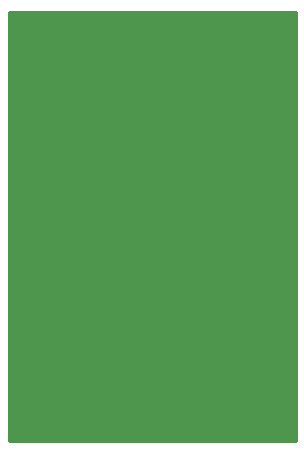
<source format=gbr>
G04 #@! TF.GenerationSoftware,KiCad,Pcbnew,(6.0.0-rc1-dev-205-gc0615c5ef)*
G04 #@! TF.CreationDate,2018-08-06T10:52:03+02:00*
G04 #@! TF.ProjectId,DIODECOVER01B,44494F4445434F5645523031422E6B69,REV*
G04 #@! TF.SameCoordinates,Original*
G04 #@! TF.FileFunction,Copper,L1,Top,Signal*
G04 #@! TF.FilePolarity,Positive*
%FSLAX46Y46*%
G04 Gerber Fmt 4.6, Leading zero omitted, Abs format (unit mm)*
G04 Created by KiCad (PCBNEW (6.0.0-rc1-dev-205-gc0615c5ef)) date 08/06/18 10:52:03*
%MOMM*%
%LPD*%
G01*
G04 APERTURE LIST*
G04 #@! TA.AperFunction,ComponentPad*
%ADD10R,1.524000X1.524000*%
G04 #@! TD*
G04 #@! TA.AperFunction,ComponentPad*
%ADD11C,5.000000*%
G04 #@! TD*
G04 #@! TA.AperFunction,ViaPad*
%ADD12C,0.800000*%
G04 #@! TD*
G04 #@! TA.AperFunction,Conductor*
%ADD13C,0.250000*%
G04 #@! TD*
G04 #@! TA.AperFunction,Conductor*
%ADD14C,0.254000*%
G04 #@! TD*
G04 APERTURE END LIST*
D10*
G04 #@! TO.P,J1,3*
G04 #@! TO.N,GND*
X13335000Y3810000D03*
G04 #@! TO.P,J1,2*
X10795000Y3810000D03*
G04 #@! TO.P,J1,1*
X8255000Y3810000D03*
G04 #@! TD*
G04 #@! TO.P,J2,1*
G04 #@! TO.N,GND*
X28575000Y9525000D03*
G04 #@! TO.P,J2,2*
X28575000Y6985000D03*
G04 #@! TO.P,J2,3*
X28575000Y4445000D03*
G04 #@! TD*
G04 #@! TO.P,J3,3*
G04 #@! TO.N,GND*
X28575000Y32385000D03*
G04 #@! TO.P,J3,2*
X28575000Y34925000D03*
G04 #@! TO.P,J3,1*
X28575000Y37465000D03*
G04 #@! TD*
D11*
G04 #@! TO.P,D2,1*
G04 #@! TO.N,GND*
X19050000Y19640000D03*
G04 #@! TD*
D12*
G04 #@! TO.N,GND*
X6350000Y33020000D03*
X6350000Y34290000D03*
X6350000Y35560000D03*
X6350000Y36830000D03*
X6350000Y38100000D03*
X7620000Y38100000D03*
X8890000Y38100000D03*
X10160000Y38100000D03*
X11430000Y38100000D03*
X12700000Y38100000D03*
X13970000Y38100000D03*
X19050000Y38100000D03*
X24130000Y38100000D03*
X25400000Y38100000D03*
X26670000Y38100000D03*
X6350000Y25400000D03*
X6350000Y24130000D03*
X6350000Y22860000D03*
X6350000Y21590000D03*
X6350000Y20320000D03*
X6350000Y19050000D03*
X6350000Y17780000D03*
X6350000Y16510000D03*
X6350000Y15240000D03*
X6350000Y13970000D03*
X6350000Y12700000D03*
X6350000Y11430000D03*
X6350000Y10160000D03*
X6350000Y8890000D03*
X6350000Y7620000D03*
X6350000Y6350000D03*
X6350000Y5080000D03*
X6350000Y3124000D03*
X15240000Y3124000D03*
X16510000Y3124000D03*
X17780000Y3124000D03*
X19050000Y3124000D03*
X20320000Y3124000D03*
X21590000Y3124000D03*
X22860000Y3124000D03*
X24130000Y3124000D03*
X25400000Y3124000D03*
X26670000Y3124000D03*
X29210000Y11430000D03*
X29210000Y12700000D03*
X29210000Y13970000D03*
X29210000Y15240000D03*
X29210000Y16510000D03*
X29210000Y17780000D03*
X29210000Y19050000D03*
X29210000Y20320000D03*
X29210000Y21590000D03*
X29210000Y22860000D03*
X29210000Y24130000D03*
X29210000Y25400000D03*
X29210000Y26670000D03*
X29210000Y27940000D03*
X29210000Y29210000D03*
X29210000Y30480000D03*
G04 #@! TD*
D13*
G04 #@! TO.N,GND*
X6350000Y35560000D02*
X6350000Y34290000D01*
X6350000Y38100000D02*
X6350000Y36830000D01*
X8890000Y38100000D02*
X7620000Y38100000D01*
X11430000Y38100000D02*
X10160000Y38100000D01*
X13970000Y38100000D02*
X12700000Y38100000D01*
X23730001Y38499999D02*
X19449999Y38499999D01*
X24130000Y38100000D02*
X23730001Y38499999D01*
X19449999Y38499999D02*
X19050000Y38100000D01*
X26670000Y38100000D02*
X25400000Y38100000D01*
X6350000Y24130000D02*
X6350000Y25400000D01*
X6350000Y21590000D02*
X6350000Y22860000D01*
X6350000Y19050000D02*
X6350000Y20320000D01*
X6350000Y16510000D02*
X6350000Y17780000D01*
X6350000Y13970000D02*
X6350000Y15240000D01*
X6350000Y11430000D02*
X6350000Y12700000D01*
X6350000Y8890000D02*
X6350000Y10160000D01*
X6350000Y6350000D02*
X6350000Y7620000D01*
X6350000Y3124000D02*
X6350000Y5080000D01*
X16510000Y3124000D02*
X15240000Y3124000D01*
X19050000Y3124000D02*
X17780000Y3124000D01*
X21590000Y3124000D02*
X20320000Y3124000D01*
X24130000Y3124000D02*
X22860000Y3124000D01*
X26670000Y3124000D02*
X25400000Y3124000D01*
X29210000Y13970000D02*
X29210000Y12700000D01*
X29210000Y16510000D02*
X29210000Y15240000D01*
X29210000Y19050000D02*
X29210000Y17780000D01*
X29210000Y21590000D02*
X29210000Y20320000D01*
X29210000Y24130000D02*
X29210000Y22860000D01*
X29210000Y26670000D02*
X29210000Y25400000D01*
X29210000Y29210000D02*
X29210000Y27940000D01*
X28575000Y31115000D02*
X29210000Y30480000D01*
X28575000Y32385000D02*
X28575000Y31115000D01*
G04 #@! TD*
D14*
G04 #@! TO.N,GND*
G36*
X29853001Y2597000D02*
X5561000Y2597000D01*
X5561000Y38889000D01*
X29853000Y38889000D01*
X29853001Y2597000D01*
X29853001Y2597000D01*
G37*
X29853001Y2597000D02*
X5561000Y2597000D01*
X5561000Y38889000D01*
X29853000Y38889000D01*
X29853001Y2597000D01*
G04 #@! TD*
M02*

</source>
